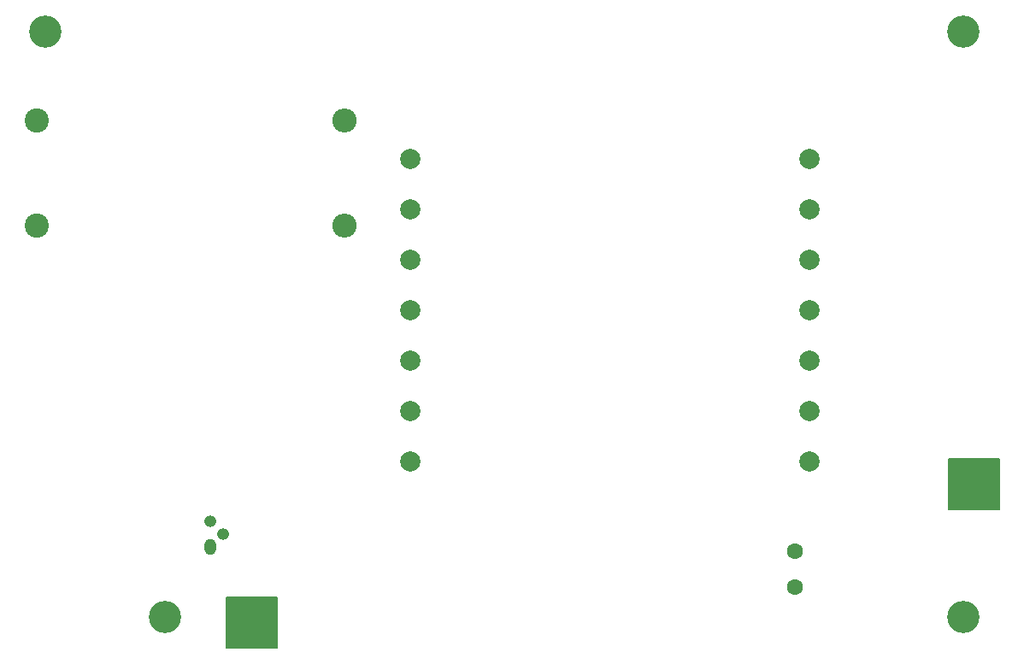
<source format=gbr>
%TF.GenerationSoftware,KiCad,Pcbnew,(6.0.9)*%
%TF.CreationDate,2023-06-16T09:03:50+03:00*%
%TF.ProjectId,pcb-design,7063622d-6465-4736-9967-6e2e6b696361,rev?*%
%TF.SameCoordinates,Original*%
%TF.FileFunction,Soldermask,Bot*%
%TF.FilePolarity,Negative*%
%FSLAX46Y46*%
G04 Gerber Fmt 4.6, Leading zero omitted, Abs format (unit mm)*
G04 Created by KiCad (PCBNEW (6.0.9)) date 2023-06-16 09:03:50*
%MOMM*%
%LPD*%
G01*
G04 APERTURE LIST*
%ADD10C,0.150000*%
%ADD11C,2.400000*%
%ADD12O,2.400000X2.400000*%
%ADD13C,1.600000*%
%ADD14C,3.200000*%
%ADD15C,2.000000*%
%ADD16O,1.200000X1.600000*%
%ADD17O,1.200000X1.200000*%
G04 APERTURE END LIST*
D10*
X160500000Y-94300000D02*
X165500000Y-94300000D01*
X165500000Y-94300000D02*
X165500000Y-99300000D01*
X165500000Y-99300000D02*
X160500000Y-99300000D01*
X160500000Y-99300000D02*
X160500000Y-94300000D01*
G36*
X160500000Y-94300000D02*
G01*
X165500000Y-94300000D01*
X165500000Y-99300000D01*
X160500000Y-99300000D01*
X160500000Y-94300000D01*
G37*
X89000000Y-108000000D02*
X94000000Y-108000000D01*
X94000000Y-108000000D02*
X94000000Y-113000000D01*
X94000000Y-113000000D02*
X89000000Y-113000000D01*
X89000000Y-113000000D02*
X89000000Y-108000000D01*
G36*
X89000000Y-108000000D02*
G01*
X94000000Y-108000000D01*
X94000000Y-113000000D01*
X89000000Y-113000000D01*
X89000000Y-108000000D01*
G37*
D11*
%TO.C,Rsnub1*%
X70155000Y-60800000D03*
D12*
X100635000Y-60800000D03*
%TD*%
D13*
%TO.C,C21*%
X145250000Y-107000000D03*
X145250000Y-103500000D03*
%TD*%
D14*
%TO.C,H2*%
X71000000Y-52000000D03*
%TD*%
D15*
%TO.C,T1*%
X107200000Y-64600000D03*
X107200000Y-69600000D03*
X107200000Y-74600000D03*
X107200000Y-79600000D03*
X107200000Y-84600000D03*
X107200000Y-89600000D03*
X107200000Y-94600000D03*
X146700000Y-64600000D03*
X146700000Y-69600000D03*
X146700000Y-74600000D03*
X146700000Y-79600000D03*
X146700000Y-84600000D03*
X146700000Y-89600000D03*
X146700000Y-94600000D03*
%TD*%
D11*
%TO.C,Rsnub2*%
X70155000Y-71200000D03*
D12*
X100635000Y-71200000D03*
%TD*%
D14*
%TO.C,H4*%
X162000000Y-52000000D03*
%TD*%
%TO.C,H3*%
X82900000Y-110000000D03*
%TD*%
D16*
%TO.C,Qsc1*%
X87384725Y-103085276D03*
D17*
X88654725Y-101815276D03*
X87384725Y-100545276D03*
%TD*%
D14*
%TO.C,H1*%
X162000000Y-110000000D03*
%TD*%
M02*

</source>
